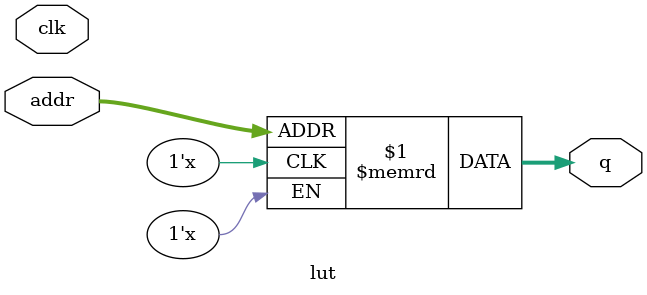
<source format=v>
module lut #(
    parameter DATA_WIDTH=16,
    parameter ADDR_WIDTH=8
    )(
	input [(ADDR_WIDTH-1):0] addr,
	input clk,
	output wire [(DATA_WIDTH-1):0] q
);


    // (* ram_init_file = "Scripts/lut_u.mif" *) reg [DATA_WIDTH-1:0] rom[2**ADDR_WIDTH-1:0];
    reg [DATA_WIDTH-1:0] rom[2**ADDR_WIDTH-1:0];


//     initial
// 	begin
//         $readmemh("lut/lut_u.mem", rom);
// 	end


	assign q = rom[addr];


endmodule

</source>
